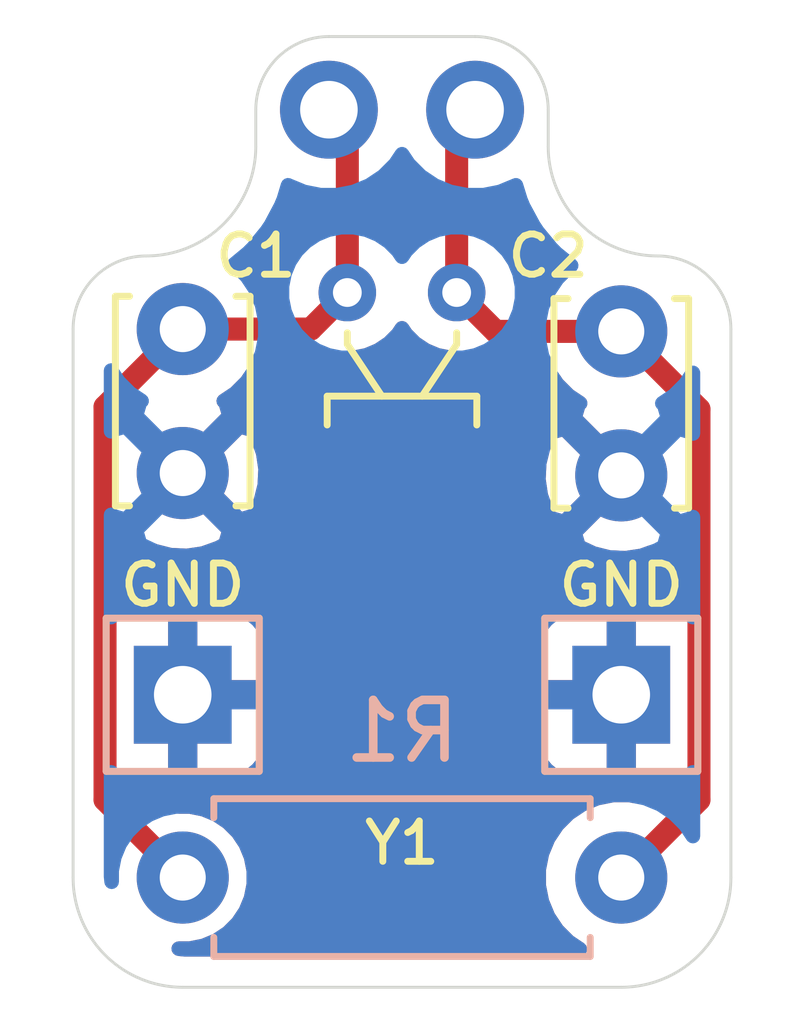
<source format=kicad_pcb>
(kicad_pcb (version 20171130) (host pcbnew "(5.1.5)-3")

  (general
    (thickness 1.6)
    (drawings 16)
    (tracks 15)
    (zones 0)
    (modules 7)
    (nets 4)
  )

  (page A4)
  (layers
    (0 F.Cu signal)
    (31 B.Cu signal)
    (32 B.Adhes user)
    (33 F.Adhes user)
    (34 B.Paste user)
    (35 F.Paste user)
    (36 B.SilkS user)
    (37 F.SilkS user)
    (38 B.Mask user)
    (39 F.Mask user)
    (40 Dwgs.User user)
    (41 Cmts.User user)
    (42 Eco1.User user)
    (43 Eco2.User user)
    (44 Edge.Cuts user)
    (45 Margin user)
    (46 B.CrtYd user)
    (47 F.CrtYd user)
    (48 B.Fab user)
    (49 F.Fab user)
  )

  (setup
    (last_trace_width 0.4)
    (trace_clearance 0.3)
    (zone_clearance 0.508)
    (zone_45_only no)
    (trace_min 0.2)
    (via_size 0.8)
    (via_drill 0.4)
    (via_min_size 0.4)
    (via_min_drill 0.3)
    (uvia_size 0.3)
    (uvia_drill 0.1)
    (uvias_allowed no)
    (uvia_min_size 0.2)
    (uvia_min_drill 0.1)
    (edge_width 0.05)
    (segment_width 0.2)
    (pcb_text_width 0.3)
    (pcb_text_size 1.5 1.5)
    (mod_edge_width 0.12)
    (mod_text_size 0.7 0.7)
    (mod_text_width 0.12)
    (pad_size 2 6.5)
    (pad_drill 0)
    (pad_to_mask_clearance 0.051)
    (solder_mask_min_width 0.25)
    (aux_axis_origin 0 0)
    (grid_origin 135.89 94.615)
    (visible_elements 7FFFFF7F)
    (pcbplotparams
      (layerselection 0x010fc_ffffffff)
      (usegerberextensions false)
      (usegerberattributes false)
      (usegerberadvancedattributes false)
      (creategerberjobfile false)
      (excludeedgelayer true)
      (linewidth 0.100000)
      (plotframeref false)
      (viasonmask false)
      (mode 1)
      (useauxorigin false)
      (hpglpennumber 1)
      (hpglpenspeed 20)
      (hpglpendiameter 15.000000)
      (psnegative false)
      (psa4output false)
      (plotreference true)
      (plotvalue true)
      (plotinvisibletext false)
      (padsonsilk false)
      (subtractmaskfromsilk true)
      (outputformat 1)
      (mirror false)
      (drillshape 0)
      (scaleselection 1)
      (outputdirectory "gerbers"))
  )

  (net 0 "")
  (net 1 GND)
  (net 2 /XTAL_1)
  (net 3 /XTAL_2)

  (net_class Default "This is the default net class."
    (clearance 0.3)
    (trace_width 0.4)
    (via_dia 0.8)
    (via_drill 0.4)
    (uvia_dia 0.3)
    (uvia_drill 0.1)
    (add_net /XTAL_1)
    (add_net /XTAL_2)
    (add_net GND)
  )

  (module Resistor_THT:R_Axial_DIN0207_L6.3mm_D2.5mm_P7.62mm_Horizontal (layer B.Cu) (tedit 60808C39) (tstamp 607F3B9A)
    (at 143.51 95.25)
    (descr "Resistor, Axial_DIN0207 series, Axial, Horizontal, pin pitch=7.62mm, 0.25W = 1/4W, length*diameter=6.3*2.5mm^2, http://cdn-reichelt.de/documents/datenblatt/B400/1_4W%23YAG.pdf")
    (tags "Resistor Axial_DIN0207 series Axial Horizontal pin pitch 7.62mm 0.25W = 1/4W length 6.3mm diameter 2.5mm")
    (path /607EE554)
    (fp_text reference R1 (at 3.81 -2.54) (layer B.SilkS)
      (effects (font (size 1 1) (thickness 0.15)) (justify mirror))
    )
    (fp_text value R (at 3.81 -2.37) (layer B.Fab) hide
      (effects (font (size 1 1) (thickness 0.15)) (justify mirror))
    )
    (fp_text user %R (at 3.81 0) (layer B.Fab)
      (effects (font (size 1 1) (thickness 0.15)) (justify mirror))
    )
    (fp_line (start 8.67 1.5) (end -1.05 1.5) (layer B.CrtYd) (width 0.05))
    (fp_line (start 8.67 -1.5) (end 8.67 1.5) (layer B.CrtYd) (width 0.05))
    (fp_line (start -1.05 -1.5) (end 8.67 -1.5) (layer B.CrtYd) (width 0.05))
    (fp_line (start -1.05 1.5) (end -1.05 -1.5) (layer B.CrtYd) (width 0.05))
    (fp_line (start 7.08 -1.37) (end 7.08 -1.04) (layer B.SilkS) (width 0.12))
    (fp_line (start 0.54 -1.37) (end 7.08 -1.37) (layer B.SilkS) (width 0.12))
    (fp_line (start 0.54 -1.04) (end 0.54 -1.37) (layer B.SilkS) (width 0.12))
    (fp_line (start 7.08 1.37) (end 7.08 1.04) (layer B.SilkS) (width 0.12))
    (fp_line (start 0.54 1.37) (end 7.08 1.37) (layer B.SilkS) (width 0.12))
    (fp_line (start 0.54 1.04) (end 0.54 1.37) (layer B.SilkS) (width 0.12))
    (fp_line (start 7.62 0) (end 6.96 0) (layer B.Fab) (width 0.1))
    (fp_line (start 0 0) (end 0.66 0) (layer B.Fab) (width 0.1))
    (fp_line (start 6.96 1.25) (end 0.66 1.25) (layer B.Fab) (width 0.1))
    (fp_line (start 6.96 -1.25) (end 6.96 1.25) (layer B.Fab) (width 0.1))
    (fp_line (start 0.66 -1.25) (end 6.96 -1.25) (layer B.Fab) (width 0.1))
    (fp_line (start 0.66 1.25) (end 0.66 -1.25) (layer B.Fab) (width 0.1))
    (pad 2 thru_hole oval (at 7.62 0) (size 1.6 1.6) (drill 0.8) (layers *.Cu *.Mask)
      (net 3 /XTAL_2))
    (pad 1 thru_hole circle (at 0 0) (size 1.6 1.6) (drill 0.8) (layers *.Cu *.Mask)
      (net 2 /XTAL_1))
    (model ${KISYS3DMOD}/Resistor_THT.3dshapes/R_Axial_DIN0207_L6.3mm_D2.5mm_P7.62mm_Horizontal.wrl
      (at (xyz 0 0 0))
      (scale (xyz 1 1 1))
      (rotate (xyz 0 0 0))
    )
  )

  (module Crystal:Crystal_C26-LF_D2.1mm_L6.5mm_Horizontal_1EP_style1 (layer F.Cu) (tedit 607F32B7) (tstamp 607F0533)
    (at 146.37 85.09)
    (descr "Crystal THT C26-LF 6.5mm length 2.06mm diameter")
    (tags ['C26-LF'])
    (path /607EA52D)
    (fp_text reference Y1 (at 0.95 9.56 180) (layer F.SilkS)
      (effects (font (size 0.7 0.7) (thickness 0.12)))
    )
    (fp_text value Crystal_GND3 (at 0.95 11.465 180) (layer F.Fab)
      (effects (font (size 1 1) (thickness 0.15)))
    )
    (fp_line (start 2.8 -0.8) (end -0.9 -0.8) (layer F.CrtYd) (width 0.05))
    (fp_line (start 2.8 9.3) (end 2.8 -0.8) (layer F.CrtYd) (width 0.05))
    (fp_line (start -0.9 9.3) (end 2.8 9.3) (layer F.CrtYd) (width 0.05))
    (fp_line (start -0.9 -0.8) (end -0.9 9.3) (layer F.CrtYd) (width 0.05))
    (fp_line (start 1.9 0.9) (end 1.9 0.7) (layer F.SilkS) (width 0.12))
    (fp_line (start 1.3 1.8) (end 1.9 0.9) (layer F.SilkS) (width 0.12))
    (fp_line (start 0 0.9) (end 0 0.7) (layer F.SilkS) (width 0.12))
    (fp_line (start 0.6 1.8) (end 0 0.9) (layer F.SilkS) (width 0.12))
    (fp_line (start 2.25 1.8) (end 2.25 2.3) (layer F.SilkS) (width 0.12))
    (fp_line (start -0.35 1.8) (end 2.25 1.8) (layer F.SilkS) (width 0.12))
    (fp_line (start -0.35 2.3) (end -0.35 1.8) (layer F.SilkS) (width 0.12))
    (fp_line (start 1.9 1) (end 1.9 0) (layer F.Fab) (width 0.1))
    (fp_line (start 1.3 2) (end 1.9 1) (layer F.Fab) (width 0.1))
    (fp_line (start 0 1) (end 0 0) (layer F.Fab) (width 0.1))
    (fp_line (start 0.6 2) (end 0 1) (layer F.Fab) (width 0.1))
    (fp_line (start 1.98 2) (end -0.08 2) (layer F.Fab) (width 0.1))
    (fp_line (start 1.98 8.5) (end 1.98 2) (layer F.Fab) (width 0.1))
    (fp_line (start -0.08 8.5) (end 1.98 8.5) (layer F.Fab) (width 0.1))
    (fp_line (start -0.08 2) (end -0.08 8.5) (layer F.Fab) (width 0.1))
    (fp_text user %R (at 1 5.75 90) (layer F.Fab)
      (effects (font (size 0.7 0.7) (thickness 0.105)))
    )
    (pad NC smd rect (at 0.95 5.75) (size 2 6.5) (layers F.Cu F.Paste F.Mask))
    (pad 2 thru_hole circle (at 1.9 0) (size 1 1) (drill 0.5) (layers *.Cu *.Mask)
      (net 3 /XTAL_2))
    (pad 1 thru_hole circle (at 0 0) (size 1 1) (drill 0.5) (layers *.Cu *.Mask)
      (net 2 /XTAL_1))
    (pad 3 smd rect (at -0.65 5.715) (size 0.6 1) (layers F.Cu F.Paste F.Mask)
      (net 1 GND) (zone_connect 2))
    (pad 3 smd rect (at 2.55 5.72) (size 0.6 1) (layers F.Cu F.Paste F.Mask)
      (net 1 GND) (zone_connect 2))
    (model ${KISYS3DMOD}/Crystal.3dshapes/Crystal_C26-LF_D2.1mm_L6.5mm_Horizontal_1EP_style1.wrl
      (at (xyz 0 0 0))
      (scale (xyz 1 1 1))
      (rotate (xyz 0 0 0))
    )
  )

  (module Connector_PinHeader_2.54mm:PinHeader_1x02_P2.54mm_Vertical (layer B.Cu) (tedit 607F1EAD) (tstamp 607F04EB)
    (at 146.05 81.915 270)
    (descr "Through hole straight pin header, 1x02, 2.54mm pitch, single row")
    (tags "Through hole pin header THT 1x02 2.54mm single row")
    (path /607EAD2B)
    (fp_text reference J1 (at 0 2.33 90) (layer B.SilkS) hide
      (effects (font (size 1 1) (thickness 0.15)) (justify mirror))
    )
    (fp_text value Conn_01x02 (at 1.27 -1.27 180) (layer B.Fab) hide
      (effects (font (size 1 1) (thickness 0.15)) (justify mirror))
    )
    (fp_text user %R (at 0 -1.27 180) (layer B.Fab)
      (effects (font (size 1 1) (thickness 0.15)) (justify mirror))
    )
    (fp_line (start 1.8 1.8) (end -1.8 1.8) (layer B.CrtYd) (width 0.05))
    (fp_line (start 1.8 -4.35) (end 1.8 1.8) (layer B.CrtYd) (width 0.05))
    (fp_line (start -1.8 -4.35) (end 1.8 -4.35) (layer B.CrtYd) (width 0.05))
    (fp_line (start -1.8 1.8) (end -1.8 -4.35) (layer B.CrtYd) (width 0.05))
    (fp_line (start -1.27 0.635) (end -0.635 1.27) (layer B.Fab) (width 0.1))
    (fp_line (start -1.27 -3.81) (end -1.27 0.635) (layer B.Fab) (width 0.1))
    (fp_line (start 1.27 -3.81) (end -1.27 -3.81) (layer B.Fab) (width 0.1))
    (fp_line (start 1.27 1.27) (end 1.27 -3.81) (layer B.Fab) (width 0.1))
    (fp_line (start -0.635 1.27) (end 1.27 1.27) (layer B.Fab) (width 0.1))
    (pad 2 thru_hole oval (at 0 -2.54 270) (size 1.7 1.7) (drill 1) (layers *.Cu *.Mask)
      (net 3 /XTAL_2))
    (pad 1 thru_hole oval (at 0 0 270) (size 1.7 1.7) (drill 1) (layers *.Cu *.Mask)
      (net 2 /XTAL_1))
    (model ${KISYS3DMOD}/Connector_PinHeader_2.54mm.3dshapes/PinHeader_1x02_P2.54mm_Vertical.wrl
      (at (xyz 0 0 0))
      (scale (xyz 1 1 1))
      (rotate (xyz 0 0 0))
    )
  )

  (module crystal-oscillator:PinHeader_1x01_P2.54mm_Vertical-GND (layer B.Cu) (tedit 607F1848) (tstamp 607F1401)
    (at 143.51 92.075 90)
    (descr "Through hole straight pin header, 1x01, 2.54mm pitch, single row")
    (tags "Through hole pin header THT 1x01 2.54mm single row")
    (path /607F839E)
    (fp_text reference J3 (at 0 2.33 -90) (layer B.SilkS) hide
      (effects (font (size 0.8 0.8) (thickness 0.15)) (justify mirror))
    )
    (fp_text value Conn_01x01 (at 0 -2.33 -90) (layer B.Fab) hide
      (effects (font (size 1 1) (thickness 0.15)) (justify mirror))
    )
    (fp_line (start 1.33 1.33) (end 1.33 -1.33) (layer F.SilkS) (width 0.12))
    (fp_line (start -1.33 -1.33) (end 1.33 -1.33) (layer F.SilkS) (width 0.12))
    (fp_line (start -1.33 -1.33) (end -1.33 1.33) (layer F.SilkS) (width 0.12))
    (fp_line (start -1.33 1.33) (end 1.33 1.33) (layer F.SilkS) (width 0.12))
    (fp_line (start 1.33 1.33) (end 1.33 -1.33) (layer B.SilkS) (width 0.12))
    (fp_line (start -0.635 1.27) (end 1.27 1.27) (layer B.Fab) (width 0.1))
    (fp_line (start 1.27 1.27) (end 1.27 -1.27) (layer B.Fab) (width 0.1))
    (fp_line (start 1.27 -1.27) (end -1.27 -1.27) (layer B.Fab) (width 0.1))
    (fp_line (start -1.27 -1.27) (end -1.27 0.635) (layer B.Fab) (width 0.1))
    (fp_line (start -1.27 0.635) (end -0.635 1.27) (layer B.Fab) (width 0.1))
    (fp_line (start -1.33 -1.33) (end 1.33 -1.33) (layer B.SilkS) (width 0.12))
    (fp_line (start -1.33 -1.33) (end -1.33 1.33) (layer B.SilkS) (width 0.12))
    (fp_line (start -1.33 1.33) (end 1.33 1.33) (layer B.SilkS) (width 0.12))
    (fp_line (start -1.6 1.6) (end -1.6 -1.6) (layer B.CrtYd) (width 0.05))
    (fp_line (start -1.6 -1.6) (end 1.6 -1.6) (layer B.CrtYd) (width 0.05))
    (fp_line (start 1.6 -1.6) (end 1.6 1.6) (layer B.CrtYd) (width 0.05))
    (fp_line (start 1.6 1.6) (end -1.6 1.6) (layer B.CrtYd) (width 0.05))
    (fp_text user %R (at 0 0 180) (layer B.Fab)
      (effects (font (size 1 1) (thickness 0.15)) (justify mirror))
    )
    (pad 1 thru_hole rect (at 0 0 90) (size 1.7 1.7) (drill 1) (layers *.Cu *.Mask)
      (net 1 GND))
    (model ${KISYS3DMOD}/Connector_PinHeader_2.54mm.3dshapes/PinHeader_1x01_P2.54mm_Vertical.wrl
      (at (xyz 0 0 0))
      (scale (xyz 1 1 1))
      (rotate (xyz 0 0 0))
    )
  )

  (module crystal-oscillator:PinHeader_1x01_P2.54mm_Vertical-GND (layer B.Cu) (tedit 607F1848) (tstamp 607F0501)
    (at 151.13 92.075 90)
    (descr "Through hole straight pin header, 1x01, 2.54mm pitch, single row")
    (tags "Through hole pin header THT 1x01 2.54mm single row")
    (path /607F2E20)
    (fp_text reference J2 (at 0 2.33 -90) (layer B.SilkS) hide
      (effects (font (size 0.8 0.8) (thickness 0.15)) (justify mirror))
    )
    (fp_text value Conn_01x01 (at 0 -2.33 -90) (layer B.Fab) hide
      (effects (font (size 1 1) (thickness 0.15)) (justify mirror))
    )
    (fp_line (start 1.33 1.33) (end 1.33 -1.33) (layer F.SilkS) (width 0.12))
    (fp_line (start -1.33 -1.33) (end 1.33 -1.33) (layer F.SilkS) (width 0.12))
    (fp_line (start -1.33 -1.33) (end -1.33 1.33) (layer F.SilkS) (width 0.12))
    (fp_line (start -1.33 1.33) (end 1.33 1.33) (layer F.SilkS) (width 0.12))
    (fp_line (start 1.33 1.33) (end 1.33 -1.33) (layer B.SilkS) (width 0.12))
    (fp_line (start -0.635 1.27) (end 1.27 1.27) (layer B.Fab) (width 0.1))
    (fp_line (start 1.27 1.27) (end 1.27 -1.27) (layer B.Fab) (width 0.1))
    (fp_line (start 1.27 -1.27) (end -1.27 -1.27) (layer B.Fab) (width 0.1))
    (fp_line (start -1.27 -1.27) (end -1.27 0.635) (layer B.Fab) (width 0.1))
    (fp_line (start -1.27 0.635) (end -0.635 1.27) (layer B.Fab) (width 0.1))
    (fp_line (start -1.33 -1.33) (end 1.33 -1.33) (layer B.SilkS) (width 0.12))
    (fp_line (start -1.33 -1.33) (end -1.33 1.33) (layer B.SilkS) (width 0.12))
    (fp_line (start -1.33 1.33) (end 1.33 1.33) (layer B.SilkS) (width 0.12))
    (fp_line (start -1.6 1.6) (end -1.6 -1.6) (layer B.CrtYd) (width 0.05))
    (fp_line (start -1.6 -1.6) (end 1.6 -1.6) (layer B.CrtYd) (width 0.05))
    (fp_line (start 1.6 -1.6) (end 1.6 1.6) (layer B.CrtYd) (width 0.05))
    (fp_line (start 1.6 1.6) (end -1.6 1.6) (layer B.CrtYd) (width 0.05))
    (fp_text user %R (at 0 0 180) (layer B.Fab)
      (effects (font (size 1 1) (thickness 0.15)) (justify mirror))
    )
    (pad 1 thru_hole rect (at 0 0 90) (size 1.7 1.7) (drill 1) (layers *.Cu *.Mask)
      (net 1 GND))
    (model ${KISYS3DMOD}/Connector_PinHeader_2.54mm.3dshapes/PinHeader_1x01_P2.54mm_Vertical.wrl
      (at (xyz 0 0 0))
      (scale (xyz 1 1 1))
      (rotate (xyz 0 0 0))
    )
  )

  (module Capacitor_THT:C_Disc_D3.4mm_W2.1mm_P2.50mm (layer F.Cu) (tedit 5AE50EF0) (tstamp 607F04D5)
    (at 151.13 88.265 90)
    (descr "C, Disc series, Radial, pin pitch=2.50mm, , diameter*width=3.4*2.1mm^2, Capacitor, http://www.vishay.com/docs/45233/krseries.pdf")
    (tags "C Disc series Radial pin pitch 2.50mm  diameter 3.4mm width 2.1mm Capacitor")
    (path /607EDF89)
    (fp_text reference C2 (at 3.81 -1.27) (layer F.SilkS)
      (effects (font (size 0.7 0.7) (thickness 0.12)))
    )
    (fp_text value C (at 1.25 2.3 90) (layer F.Fab) hide
      (effects (font (size 1 1) (thickness 0.15)))
    )
    (fp_text user %R (at 1.25 0 90) (layer F.Fab)
      (effects (font (size 0.68 0.68) (thickness 0.102)))
    )
    (fp_line (start 3.55 -1.3) (end -1.05 -1.3) (layer F.CrtYd) (width 0.05))
    (fp_line (start 3.55 1.3) (end 3.55 -1.3) (layer F.CrtYd) (width 0.05))
    (fp_line (start -1.05 1.3) (end 3.55 1.3) (layer F.CrtYd) (width 0.05))
    (fp_line (start -1.05 -1.3) (end -1.05 1.3) (layer F.CrtYd) (width 0.05))
    (fp_line (start 3.07 0.925) (end 3.07 1.17) (layer F.SilkS) (width 0.12))
    (fp_line (start 3.07 -1.17) (end 3.07 -0.925) (layer F.SilkS) (width 0.12))
    (fp_line (start -0.57 0.925) (end -0.57 1.17) (layer F.SilkS) (width 0.12))
    (fp_line (start -0.57 -1.17) (end -0.57 -0.925) (layer F.SilkS) (width 0.12))
    (fp_line (start -0.57 1.17) (end 3.07 1.17) (layer F.SilkS) (width 0.12))
    (fp_line (start -0.57 -1.17) (end 3.07 -1.17) (layer F.SilkS) (width 0.12))
    (fp_line (start 2.95 -1.05) (end -0.45 -1.05) (layer F.Fab) (width 0.1))
    (fp_line (start 2.95 1.05) (end 2.95 -1.05) (layer F.Fab) (width 0.1))
    (fp_line (start -0.45 1.05) (end 2.95 1.05) (layer F.Fab) (width 0.1))
    (fp_line (start -0.45 -1.05) (end -0.45 1.05) (layer F.Fab) (width 0.1))
    (pad 2 thru_hole circle (at 2.5 0 90) (size 1.6 1.6) (drill 0.8) (layers *.Cu *.Mask)
      (net 3 /XTAL_2))
    (pad 1 thru_hole circle (at 0 0 90) (size 1.6 1.6) (drill 0.8) (layers *.Cu *.Mask)
      (net 1 GND))
    (model ${KISYS3DMOD}/Capacitor_THT.3dshapes/C_Disc_D3.4mm_W2.1mm_P2.50mm.wrl
      (at (xyz 0 0 0))
      (scale (xyz 1 1 1))
      (rotate (xyz 0 0 0))
    )
  )

  (module Capacitor_THT:C_Disc_D3.4mm_W2.1mm_P2.50mm (layer F.Cu) (tedit 5AE50EF0) (tstamp 607F04C0)
    (at 143.51 85.725 270)
    (descr "C, Disc series, Radial, pin pitch=2.50mm, , diameter*width=3.4*2.1mm^2, Capacitor, http://www.vishay.com/docs/45233/krseries.pdf")
    (tags "C Disc series Radial pin pitch 2.50mm  diameter 3.4mm width 2.1mm Capacitor")
    (path /607ED4A7)
    (fp_text reference C1 (at -1.27 -1.27) (layer F.SilkS)
      (effects (font (size 0.7 0.7) (thickness 0.12)))
    )
    (fp_text value C (at 1.25 2.3 90) (layer F.Fab) hide
      (effects (font (size 1 1) (thickness 0.15)))
    )
    (fp_text user %R (at 1.143 0 90) (layer F.Fab)
      (effects (font (size 0.68 0.68) (thickness 0.102)))
    )
    (fp_line (start 3.55 -1.3) (end -1.05 -1.3) (layer F.CrtYd) (width 0.05))
    (fp_line (start 3.55 1.3) (end 3.55 -1.3) (layer F.CrtYd) (width 0.05))
    (fp_line (start -1.05 1.3) (end 3.55 1.3) (layer F.CrtYd) (width 0.05))
    (fp_line (start -1.05 -1.3) (end -1.05 1.3) (layer F.CrtYd) (width 0.05))
    (fp_line (start 3.07 0.925) (end 3.07 1.17) (layer F.SilkS) (width 0.12))
    (fp_line (start 3.07 -1.17) (end 3.07 -0.925) (layer F.SilkS) (width 0.12))
    (fp_line (start -0.57 0.925) (end -0.57 1.17) (layer F.SilkS) (width 0.12))
    (fp_line (start -0.57 -1.17) (end -0.57 -0.925) (layer F.SilkS) (width 0.12))
    (fp_line (start -0.57 1.17) (end 3.07 1.17) (layer F.SilkS) (width 0.12))
    (fp_line (start -0.57 -1.17) (end 3.07 -1.17) (layer F.SilkS) (width 0.12))
    (fp_line (start 2.95 -1.05) (end -0.45 -1.05) (layer F.Fab) (width 0.1))
    (fp_line (start 2.95 1.05) (end 2.95 -1.05) (layer F.Fab) (width 0.1))
    (fp_line (start -0.45 1.05) (end 2.95 1.05) (layer F.Fab) (width 0.1))
    (fp_line (start -0.45 -1.05) (end -0.45 1.05) (layer F.Fab) (width 0.1))
    (pad 2 thru_hole circle (at 2.5 0 270) (size 1.6 1.6) (drill 0.8) (layers *.Cu *.Mask)
      (net 1 GND))
    (pad 1 thru_hole circle (at 0 0 270) (size 1.6 1.6) (drill 0.8) (layers *.Cu *.Mask)
      (net 2 /XTAL_1))
    (model ${KISYS3DMOD}/Capacitor_THT.3dshapes/C_Disc_D3.4mm_W2.1mm_P2.50mm.wrl
      (at (xyz 0 0 0))
      (scale (xyz 1 1 1))
      (rotate (xyz 0 0 0))
    )
  )

  (gr_line (start 149.86 81.915) (end 149.86 82.55) (layer Edge.Cuts) (width 0.05) (tstamp 6080DA94))
  (gr_line (start 144.78 81.915) (end 144.78 82.55) (layer Edge.Cuts) (width 0.05) (tstamp 6080DA0C))
  (gr_text GND (at 151.13 90.17) (layer F.SilkS)
    (effects (font (size 0.7 0.7) (thickness 0.12)))
  )
  (gr_text GND (at 143.51 90.17) (layer F.SilkS)
    (effects (font (size 0.7 0.7) (thickness 0.12)))
  )
  (gr_arc (start 151.13 95.25) (end 151.13 97.155) (angle -90) (layer Edge.Cuts) (width 0.05))
  (gr_arc (start 143.51 95.25) (end 141.605 95.25) (angle -90) (layer Edge.Cuts) (width 0.05))
  (gr_arc (start 142.875 85.725) (end 142.875 84.455) (angle -90) (layer Edge.Cuts) (width 0.05))
  (gr_arc (start 151.765 85.725) (end 153.035 85.725) (angle -90) (layer Edge.Cuts) (width 0.05))
  (gr_arc (start 142.875 82.55) (end 142.875 84.455) (angle -90) (layer Edge.Cuts) (width 0.05) (tstamp 607F1229))
  (gr_arc (start 151.765 82.55) (end 149.86 82.55) (angle -90) (layer Edge.Cuts) (width 0.05))
  (gr_arc (start 146.05 81.915) (end 146.05 80.645) (angle -90) (layer Edge.Cuts) (width 0.05))
  (gr_arc (start 148.59 81.915) (end 149.86 81.915) (angle -90) (layer Edge.Cuts) (width 0.05) (tstamp 607F4F8B))
  (gr_line (start 146.05 80.645) (end 148.59 80.645) (layer Edge.Cuts) (width 0.05) (tstamp 607F10DD))
  (gr_line (start 141.605 95.25) (end 141.605 85.725) (layer Edge.Cuts) (width 0.05))
  (gr_line (start 151.13 97.155) (end 143.51 97.155) (layer Edge.Cuts) (width 0.05))
  (gr_line (start 153.035 85.725) (end 153.035 95.25) (layer Edge.Cuts) (width 0.05))

  (segment (start 146.37 82.235) (end 146.05 81.915) (width 0.4) (layer F.Cu) (net 2))
  (segment (start 146.37 85.09) (end 146.37 82.235) (width 0.4) (layer F.Cu) (net 2))
  (segment (start 145.735 85.725) (end 146.37 85.09) (width 0.4) (layer F.Cu) (net 2))
  (segment (start 143.51 85.725) (end 145.735 85.725) (width 0.4) (layer F.Cu) (net 2))
  (segment (start 142.710001 94.450001) (end 143.51 95.25) (width 0.4) (layer F.Cu) (net 2))
  (segment (start 142.159999 93.899999) (end 142.710001 94.450001) (width 0.4) (layer F.Cu) (net 2))
  (segment (start 142.159999 87.075001) (end 142.159999 93.899999) (width 0.4) (layer F.Cu) (net 2))
  (segment (start 143.51 85.725) (end 142.159999 87.075001) (width 0.4) (layer F.Cu) (net 2))
  (segment (start 148.27 82.235) (end 148.59 81.915) (width 0.4) (layer F.Cu) (net 3))
  (segment (start 148.27 85.09) (end 148.27 82.235) (width 0.4) (layer F.Cu) (net 3))
  (segment (start 148.945 85.765) (end 148.27 85.09) (width 0.4) (layer F.Cu) (net 3))
  (segment (start 151.13 85.765) (end 148.945 85.765) (width 0.4) (layer F.Cu) (net 3))
  (segment (start 151.13 85.765) (end 152.480001 87.115001) (width 0.4) (layer F.Cu) (net 3))
  (segment (start 152.480001 93.899999) (end 151.13 95.25) (width 0.4) (layer F.Cu) (net 3))
  (segment (start 152.480001 87.115001) (end 152.480001 93.899999) (width 0.4) (layer F.Cu) (net 3))

  (zone (net 1) (net_name GND) (layer B.Cu) (tstamp 6080770A) (hatch edge 0.508)
    (connect_pads (clearance 0.508))
    (min_thickness 0.254)
    (fill yes (arc_segments 32) (thermal_gap 0.508) (thermal_bridge_width 0.508))
    (polygon
      (pts
        (xy 154.305 80.01) (xy 154.305 97.79) (xy 140.335 97.79) (xy 140.335 80.01)
      )
    )
    (filled_polygon
      (pts
        (xy 147.436525 82.861632) (xy 147.643368 83.068475) (xy 147.886589 83.23099) (xy 148.156842 83.342932) (xy 148.44374 83.4)
        (xy 148.73626 83.4) (xy 149.023158 83.342932) (xy 149.293411 83.23099) (xy 149.299067 83.22721) (xy 149.378367 83.483385)
        (xy 149.401551 83.538536) (xy 149.423956 83.593992) (xy 149.428283 83.602128) (xy 149.605114 83.929173) (xy 149.63857 83.978774)
        (xy 149.67132 84.028821) (xy 149.677145 84.035962) (xy 149.914133 84.322432) (xy 149.956585 84.364588) (xy 149.998431 84.407321)
        (xy 150.005532 84.413195) (xy 150.259812 84.620581) (xy 150.215241 84.650363) (xy 150.015363 84.850241) (xy 149.85832 85.085273)
        (xy 149.750147 85.346426) (xy 149.695 85.623665) (xy 149.695 85.906335) (xy 149.750147 86.183574) (xy 149.85832 86.444727)
        (xy 150.015363 86.679759) (xy 150.215241 86.879637) (xy 150.415869 87.013692) (xy 150.388486 87.028329) (xy 150.316903 87.272298)
        (xy 151.13 88.085395) (xy 151.943097 87.272298) (xy 151.871514 87.028329) (xy 151.842659 87.014676) (xy 152.044759 86.879637)
        (xy 152.244637 86.679759) (xy 152.375 86.484656) (xy 152.375 87.539069) (xy 152.366671 87.523486) (xy 152.122702 87.451903)
        (xy 151.309605 88.265) (xy 152.122702 89.078097) (xy 152.366671 89.006514) (xy 152.375 88.988911) (xy 152.375001 90.727706)
        (xy 152.334494 90.694463) (xy 152.22418 90.635498) (xy 152.104482 90.599188) (xy 151.98 90.586928) (xy 151.41575 90.59)
        (xy 151.257 90.74875) (xy 151.257 91.948) (xy 151.277 91.948) (xy 151.277 92.202) (xy 151.257 92.202)
        (xy 151.257 93.40125) (xy 151.41575 93.56) (xy 151.98 93.563072) (xy 152.104482 93.550812) (xy 152.22418 93.514502)
        (xy 152.334494 93.455537) (xy 152.375001 93.422294) (xy 152.375001 94.530345) (xy 152.244637 94.335241) (xy 152.044759 94.135363)
        (xy 151.809727 93.97832) (xy 151.548574 93.870147) (xy 151.271335 93.815) (xy 150.988665 93.815) (xy 150.711426 93.870147)
        (xy 150.450273 93.97832) (xy 150.215241 94.135363) (xy 150.015363 94.335241) (xy 149.85832 94.570273) (xy 149.750147 94.831426)
        (xy 149.695 95.108665) (xy 149.695 95.391335) (xy 149.750147 95.668574) (xy 149.85832 95.929727) (xy 150.015363 96.164759)
        (xy 150.215241 96.364637) (xy 150.410343 96.495) (xy 143.542277 96.495) (xy 143.440288 96.485) (xy 143.631637 96.485)
        (xy 143.870236 96.43754) (xy 144.094992 96.344443) (xy 144.297267 96.209287) (xy 144.469287 96.037267) (xy 144.604443 95.834992)
        (xy 144.69754 95.610236) (xy 144.745 95.371637) (xy 144.745 95.128363) (xy 144.69754 94.889764) (xy 144.604443 94.665008)
        (xy 144.469287 94.462733) (xy 144.297267 94.290713) (xy 144.094992 94.155557) (xy 143.870236 94.06246) (xy 143.631637 94.015)
        (xy 143.388363 94.015) (xy 143.149764 94.06246) (xy 142.925008 94.155557) (xy 142.722733 94.290713) (xy 142.550713 94.462733)
        (xy 142.415557 94.665008) (xy 142.32246 94.889764) (xy 142.275 95.128363) (xy 142.275 95.323419) (xy 142.265 95.228276)
        (xy 142.265 93.422295) (xy 142.305506 93.455537) (xy 142.41582 93.514502) (xy 142.535518 93.550812) (xy 142.66 93.563072)
        (xy 143.22425 93.56) (xy 143.383 93.40125) (xy 143.383 92.202) (xy 143.637 92.202) (xy 143.637 93.40125)
        (xy 143.79575 93.56) (xy 144.36 93.563072) (xy 144.484482 93.550812) (xy 144.60418 93.514502) (xy 144.714494 93.455537)
        (xy 144.811185 93.376185) (xy 144.890537 93.279494) (xy 144.949502 93.16918) (xy 144.985812 93.049482) (xy 144.998072 92.925)
        (xy 149.641928 92.925) (xy 149.654188 93.049482) (xy 149.690498 93.16918) (xy 149.749463 93.279494) (xy 149.828815 93.376185)
        (xy 149.925506 93.455537) (xy 150.03582 93.514502) (xy 150.155518 93.550812) (xy 150.28 93.563072) (xy 150.84425 93.56)
        (xy 151.003 93.40125) (xy 151.003 92.202) (xy 149.80375 92.202) (xy 149.645 92.36075) (xy 149.641928 92.925)
        (xy 144.998072 92.925) (xy 144.995 92.36075) (xy 144.83625 92.202) (xy 143.637 92.202) (xy 143.383 92.202)
        (xy 143.363 92.202) (xy 143.363 91.948) (xy 143.383 91.948) (xy 143.383 90.74875) (xy 143.637 90.74875)
        (xy 143.637 91.948) (xy 144.83625 91.948) (xy 144.995 91.78925) (xy 144.998072 91.225) (xy 149.641928 91.225)
        (xy 149.645 91.78925) (xy 149.80375 91.948) (xy 151.003 91.948) (xy 151.003 90.74875) (xy 150.84425 90.59)
        (xy 150.28 90.586928) (xy 150.155518 90.599188) (xy 150.03582 90.635498) (xy 149.925506 90.694463) (xy 149.828815 90.773815)
        (xy 149.749463 90.870506) (xy 149.690498 90.98082) (xy 149.654188 91.100518) (xy 149.641928 91.225) (xy 144.998072 91.225)
        (xy 144.985812 91.100518) (xy 144.949502 90.98082) (xy 144.890537 90.870506) (xy 144.811185 90.773815) (xy 144.714494 90.694463)
        (xy 144.60418 90.635498) (xy 144.484482 90.599188) (xy 144.36 90.586928) (xy 143.79575 90.59) (xy 143.637 90.74875)
        (xy 143.383 90.74875) (xy 143.22425 90.59) (xy 142.66 90.586928) (xy 142.535518 90.599188) (xy 142.41582 90.635498)
        (xy 142.305506 90.694463) (xy 142.265 90.727705) (xy 142.265 89.217702) (xy 142.696903 89.217702) (xy 142.768486 89.461671)
        (xy 143.023996 89.582571) (xy 143.298184 89.6513) (xy 143.580512 89.665217) (xy 143.86013 89.623787) (xy 144.126292 89.528603)
        (xy 144.251514 89.461671) (xy 144.31136 89.257702) (xy 150.316903 89.257702) (xy 150.388486 89.501671) (xy 150.643996 89.622571)
        (xy 150.918184 89.6913) (xy 151.200512 89.705217) (xy 151.48013 89.663787) (xy 151.746292 89.568603) (xy 151.871514 89.501671)
        (xy 151.943097 89.257702) (xy 151.13 88.444605) (xy 150.316903 89.257702) (xy 144.31136 89.257702) (xy 144.323097 89.217702)
        (xy 143.51 88.404605) (xy 142.696903 89.217702) (xy 142.265 89.217702) (xy 142.265 88.950931) (xy 142.273329 88.966514)
        (xy 142.517298 89.038097) (xy 143.330395 88.225) (xy 143.689605 88.225) (xy 144.502702 89.038097) (xy 144.746671 88.966514)
        (xy 144.867571 88.711004) (xy 144.9363 88.436816) (xy 144.941293 88.335512) (xy 149.689783 88.335512) (xy 149.731213 88.61513)
        (xy 149.826397 88.881292) (xy 149.893329 89.006514) (xy 150.137298 89.078097) (xy 150.950395 88.265) (xy 150.137298 87.451903)
        (xy 149.893329 87.523486) (xy 149.772429 87.778996) (xy 149.7037 88.053184) (xy 149.689783 88.335512) (xy 144.941293 88.335512)
        (xy 144.950217 88.154488) (xy 144.908787 87.87487) (xy 144.813603 87.608708) (xy 144.746671 87.483486) (xy 144.502702 87.411903)
        (xy 143.689605 88.225) (xy 143.330395 88.225) (xy 142.517298 87.411903) (xy 142.273329 87.483486) (xy 142.265 87.501089)
        (xy 142.265 86.444657) (xy 142.395363 86.639759) (xy 142.595241 86.839637) (xy 142.795869 86.973692) (xy 142.768486 86.988329)
        (xy 142.696903 87.232298) (xy 143.51 88.045395) (xy 144.323097 87.232298) (xy 144.251514 86.988329) (xy 144.222659 86.974676)
        (xy 144.424759 86.839637) (xy 144.624637 86.639759) (xy 144.78168 86.404727) (xy 144.889853 86.143574) (xy 144.945 85.866335)
        (xy 144.945 85.583665) (xy 144.889853 85.306426) (xy 144.78168 85.045273) (xy 144.736872 84.978212) (xy 145.235 84.978212)
        (xy 145.235 85.201788) (xy 145.278617 85.421067) (xy 145.364176 85.627624) (xy 145.488388 85.81352) (xy 145.64648 85.971612)
        (xy 145.832376 86.095824) (xy 146.038933 86.181383) (xy 146.258212 86.225) (xy 146.481788 86.225) (xy 146.701067 86.181383)
        (xy 146.907624 86.095824) (xy 147.09352 85.971612) (xy 147.251612 85.81352) (xy 147.32 85.71117) (xy 147.388388 85.81352)
        (xy 147.54648 85.971612) (xy 147.732376 86.095824) (xy 147.938933 86.181383) (xy 148.158212 86.225) (xy 148.381788 86.225)
        (xy 148.601067 86.181383) (xy 148.807624 86.095824) (xy 148.99352 85.971612) (xy 149.151612 85.81352) (xy 149.275824 85.627624)
        (xy 149.361383 85.421067) (xy 149.405 85.201788) (xy 149.405 84.978212) (xy 149.361383 84.758933) (xy 149.275824 84.552376)
        (xy 149.151612 84.36648) (xy 148.99352 84.208388) (xy 148.807624 84.084176) (xy 148.601067 83.998617) (xy 148.381788 83.955)
        (xy 148.158212 83.955) (xy 147.938933 83.998617) (xy 147.732376 84.084176) (xy 147.54648 84.208388) (xy 147.388388 84.36648)
        (xy 147.32 84.46883) (xy 147.251612 84.36648) (xy 147.09352 84.208388) (xy 146.907624 84.084176) (xy 146.701067 83.998617)
        (xy 146.481788 83.955) (xy 146.258212 83.955) (xy 146.038933 83.998617) (xy 145.832376 84.084176) (xy 145.64648 84.208388)
        (xy 145.488388 84.36648) (xy 145.364176 84.552376) (xy 145.278617 84.758933) (xy 145.235 84.978212) (xy 144.736872 84.978212)
        (xy 144.624637 84.810241) (xy 144.424759 84.610363) (xy 144.407851 84.599065) (xy 144.647432 84.400867) (xy 144.689588 84.358415)
        (xy 144.732321 84.316569) (xy 144.738195 84.309468) (xy 144.973178 84.021351) (xy 145.006283 83.971524) (xy 145.040078 83.922168)
        (xy 145.044461 83.914062) (xy 145.219006 83.58579) (xy 145.241799 83.530489) (xy 145.265366 83.475504) (xy 145.268091 83.466701)
        (xy 145.340488 83.226913) (xy 145.346589 83.23099) (xy 145.616842 83.342932) (xy 145.90374 83.4) (xy 146.19626 83.4)
        (xy 146.483158 83.342932) (xy 146.753411 83.23099) (xy 146.996632 83.068475) (xy 147.203475 82.861632) (xy 147.32 82.68724)
      )
    )
  )
  (zone (net 1) (net_name GND) (layer F.Cu) (tstamp 60807707) (hatch edge 0.508)
    (connect_pads (clearance 0.508))
    (min_thickness 0.254)
    (fill yes (arc_segments 32) (thermal_gap 0.508) (thermal_bridge_width 0.508))
    (polygon
      (pts
        (xy 153.035 97.155) (xy 141.605 97.155) (xy 141.605 80.645) (xy 153.035 80.645)
      )
    )
    (filled_polygon
      (pts
        (xy 147.388388 85.81352) (xy 147.54648 85.971612) (xy 147.732376 86.095824) (xy 147.938933 86.181383) (xy 148.158212 86.225)
        (xy 148.224132 86.225) (xy 148.325558 86.326426) (xy 148.351709 86.358291) (xy 148.408292 86.404727) (xy 148.478854 86.462636)
        (xy 148.623913 86.540172) (xy 148.781311 86.587918) (xy 148.944999 86.60404) (xy 148.986018 86.6) (xy 149.96207 86.6)
        (xy 150.015363 86.679759) (xy 150.215241 86.879637) (xy 150.415869 87.013692) (xy 150.388486 87.028329) (xy 150.316903 87.272298)
        (xy 151.13 88.085395) (xy 151.144143 88.071253) (xy 151.323748 88.250858) (xy 151.309605 88.265) (xy 151.323748 88.279143)
        (xy 151.144143 88.458748) (xy 151.13 88.444605) (xy 150.316903 89.257702) (xy 150.388486 89.501671) (xy 150.643996 89.622571)
        (xy 150.918184 89.6913) (xy 151.200512 89.705217) (xy 151.48013 89.663787) (xy 151.645001 89.604826) (xy 151.645002 90.588752)
        (xy 151.41575 90.59) (xy 151.257 90.74875) (xy 151.257 91.948) (xy 151.277 91.948) (xy 151.277 92.202)
        (xy 151.257 92.202) (xy 151.257 93.40125) (xy 151.41575 93.56) (xy 151.637922 93.56121) (xy 151.365417 93.833714)
        (xy 151.271335 93.815) (xy 150.988665 93.815) (xy 150.711426 93.870147) (xy 150.450273 93.97832) (xy 150.215241 94.135363)
        (xy 150.015363 94.335241) (xy 149.85832 94.570273) (xy 149.750147 94.831426) (xy 149.695 95.108665) (xy 149.695 95.391335)
        (xy 149.750147 95.668574) (xy 149.85832 95.929727) (xy 150.015363 96.164759) (xy 150.215241 96.364637) (xy 150.410343 96.495)
        (xy 143.542277 96.495) (xy 143.440288 96.485) (xy 143.631637 96.485) (xy 143.870236 96.43754) (xy 144.094992 96.344443)
        (xy 144.297267 96.209287) (xy 144.469287 96.037267) (xy 144.604443 95.834992) (xy 144.69754 95.610236) (xy 144.745 95.371637)
        (xy 144.745 95.128363) (xy 144.69754 94.889764) (xy 144.604443 94.665008) (xy 144.469287 94.462733) (xy 144.297267 94.290713)
        (xy 144.094992 94.155557) (xy 143.870236 94.06246) (xy 143.631637 94.015) (xy 143.455867 94.015) (xy 143.002077 93.56121)
        (xy 143.22425 93.56) (xy 143.383 93.40125) (xy 143.383 92.202) (xy 143.637 92.202) (xy 143.637 93.40125)
        (xy 143.79575 93.56) (xy 144.36 93.563072) (xy 144.484482 93.550812) (xy 144.60418 93.514502) (xy 144.714494 93.455537)
        (xy 144.811185 93.376185) (xy 144.890537 93.279494) (xy 144.949502 93.16918) (xy 144.985812 93.049482) (xy 144.998072 92.925)
        (xy 144.995 92.36075) (xy 144.83625 92.202) (xy 143.637 92.202) (xy 143.383 92.202) (xy 143.363 92.202)
        (xy 143.363 91.948) (xy 143.383 91.948) (xy 143.383 90.74875) (xy 143.637 90.74875) (xy 143.637 91.948)
        (xy 144.83625 91.948) (xy 144.995 91.78925) (xy 144.998072 91.225) (xy 144.985812 91.100518) (xy 144.949502 90.98082)
        (xy 144.890537 90.870506) (xy 144.811185 90.773815) (xy 144.714494 90.694463) (xy 144.60418 90.635498) (xy 144.484482 90.599188)
        (xy 144.36 90.586928) (xy 143.79575 90.59) (xy 143.637 90.74875) (xy 143.383 90.74875) (xy 143.22425 90.59)
        (xy 142.994999 90.588752) (xy 142.994999 89.56885) (xy 143.023996 89.582571) (xy 143.298184 89.6513) (xy 143.580512 89.665217)
        (xy 143.86013 89.623787) (xy 144.126292 89.528603) (xy 144.251514 89.461671) (xy 144.323097 89.217702) (xy 143.51 88.404605)
        (xy 143.495858 88.418748) (xy 143.316253 88.239143) (xy 143.330395 88.225) (xy 143.689605 88.225) (xy 144.502702 89.038097)
        (xy 144.746671 88.966514) (xy 144.867571 88.711004) (xy 144.9363 88.436816) (xy 144.950217 88.154488) (xy 144.908787 87.87487)
        (xy 144.813603 87.608708) (xy 144.803604 87.59) (xy 145.681928 87.59) (xy 145.681928 94.09) (xy 145.694188 94.214482)
        (xy 145.730498 94.33418) (xy 145.789463 94.444494) (xy 145.868815 94.541185) (xy 145.965506 94.620537) (xy 146.07582 94.679502)
        (xy 146.195518 94.715812) (xy 146.32 94.728072) (xy 148.32 94.728072) (xy 148.444482 94.715812) (xy 148.56418 94.679502)
        (xy 148.674494 94.620537) (xy 148.771185 94.541185) (xy 148.850537 94.444494) (xy 148.909502 94.33418) (xy 148.945812 94.214482)
        (xy 148.958072 94.09) (xy 148.958072 92.925) (xy 149.641928 92.925) (xy 149.654188 93.049482) (xy 149.690498 93.16918)
        (xy 149.749463 93.279494) (xy 149.828815 93.376185) (xy 149.925506 93.455537) (xy 150.03582 93.514502) (xy 150.155518 93.550812)
        (xy 150.28 93.563072) (xy 150.84425 93.56) (xy 151.003 93.40125) (xy 151.003 92.202) (xy 149.80375 92.202)
        (xy 149.645 92.36075) (xy 149.641928 92.925) (xy 148.958072 92.925) (xy 148.958072 91.225) (xy 149.641928 91.225)
        (xy 149.645 91.78925) (xy 149.80375 91.948) (xy 151.003 91.948) (xy 151.003 90.74875) (xy 150.84425 90.59)
        (xy 150.28 90.586928) (xy 150.155518 90.599188) (xy 150.03582 90.635498) (xy 149.925506 90.694463) (xy 149.828815 90.773815)
        (xy 149.749463 90.870506) (xy 149.690498 90.98082) (xy 149.654188 91.100518) (xy 149.641928 91.225) (xy 148.958072 91.225)
        (xy 148.958072 88.335512) (xy 149.689783 88.335512) (xy 149.731213 88.61513) (xy 149.826397 88.881292) (xy 149.893329 89.006514)
        (xy 150.137298 89.078097) (xy 150.950395 88.265) (xy 150.137298 87.451903) (xy 149.893329 87.523486) (xy 149.772429 87.778996)
        (xy 149.7037 88.053184) (xy 149.689783 88.335512) (xy 148.958072 88.335512) (xy 148.958072 87.59) (xy 148.945812 87.465518)
        (xy 148.909502 87.34582) (xy 148.850537 87.235506) (xy 148.771185 87.138815) (xy 148.674494 87.059463) (xy 148.56418 87.000498)
        (xy 148.444482 86.964188) (xy 148.32 86.951928) (xy 146.32 86.951928) (xy 146.195518 86.964188) (xy 146.07582 87.000498)
        (xy 145.965506 87.059463) (xy 145.868815 87.138815) (xy 145.789463 87.235506) (xy 145.730498 87.34582) (xy 145.694188 87.465518)
        (xy 145.681928 87.59) (xy 144.803604 87.59) (xy 144.746671 87.483486) (xy 144.502702 87.411903) (xy 143.689605 88.225)
        (xy 143.330395 88.225) (xy 143.316253 88.210858) (xy 143.495858 88.031253) (xy 143.51 88.045395) (xy 144.323097 87.232298)
        (xy 144.251514 86.988329) (xy 144.222659 86.974676) (xy 144.424759 86.839637) (xy 144.624637 86.639759) (xy 144.67793 86.56)
        (xy 145.693982 86.56) (xy 145.735 86.56404) (xy 145.776018 86.56) (xy 145.776019 86.56) (xy 145.898689 86.547918)
        (xy 146.056087 86.500172) (xy 146.201146 86.422636) (xy 146.328291 86.318291) (xy 146.354445 86.286422) (xy 146.415867 86.225)
        (xy 146.481788 86.225) (xy 146.701067 86.181383) (xy 146.907624 86.095824) (xy 147.09352 85.971612) (xy 147.251612 85.81352)
        (xy 147.32 85.71117)
      )
    )
  )
)

</source>
